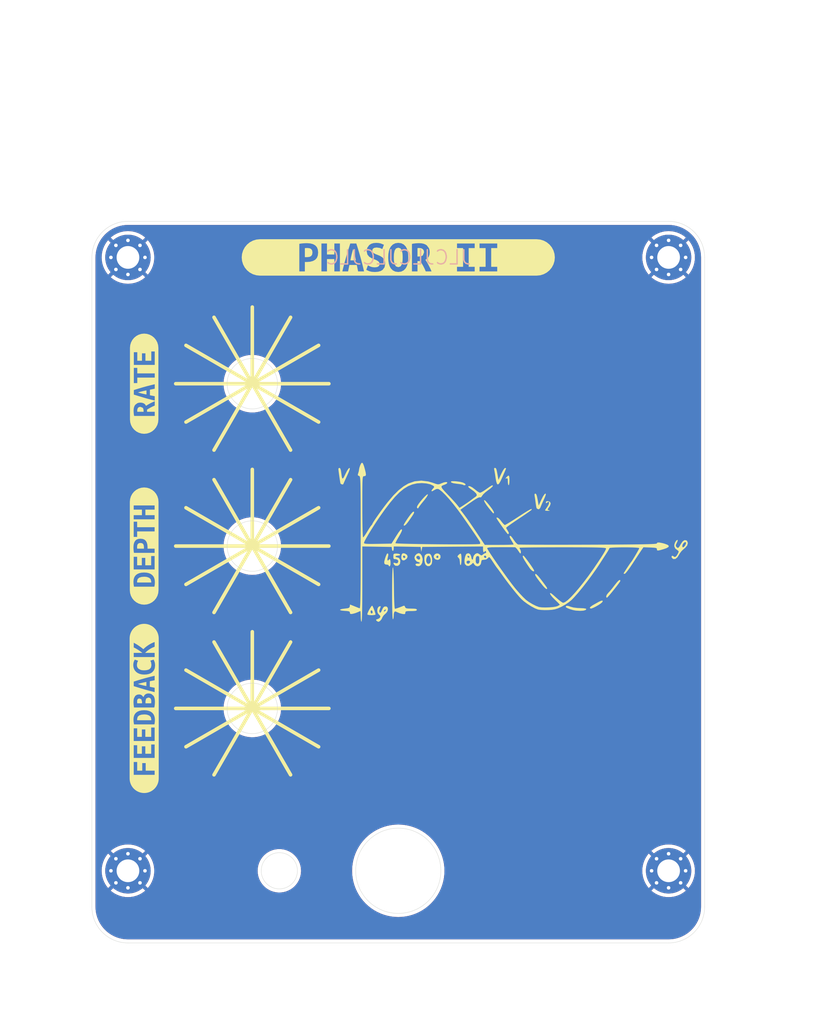
<source format=kicad_pcb>
(kicad_pcb (version 20211014) (generator pcbnew)
  (title_block (title "Phasor II") (date "2022-10-15") (rev "0") (comment 2 "creativecommons.org/licenses/by/4.0/") (comment 3 "Licinse: CC by 4.0") (comment 4 "Author: Jordan Aceto"))
  (layers (0 "F.Cu" signal) (31 "B.Cu" signal) (34 "B.Paste" user) (35 "F.Paste" user) (36 "B.SilkS" user "B.Silkscreen") (37 "F.SilkS" user "F.Silkscreen") (38 "B.Mask" user) (39 "F.Mask" user) (44 "Edge.Cuts" user))
  (net 0 "")
  (net 1 "GND")
  (footprint "kibuzzard-634B57CF" (layer "F.Cu") (at 114.3 99.06 90)
    (fp_text reference "kibuzzard-634B57CF" hide)
    (fp_text value "G***" hide)
  )
  (footprint "kibuzzard-634B57E6" (layer "F.Cu") (at 114.3 76.2 90)
    (fp_text reference "kibuzzard-634B57E6" hide)
    (fp_text value "G***" hide)
  )
  (footprint "MountingHole:MountingHole_3.2mm_M3_Pad_Via" (layer "F.Cu") (at 188.214 58.42)
    (fp_text reference "H1" hide)
    (fp_text value "MountingHole_Pad")
    (pad "1" thru_hole circle locked (at 1.697056 -1.697056) (size 0.8 0.8) (drill 0.5) (layers *.Cu *.Mask) (net 1 "GND"))
    (pad "1" thru_hole circle locked (at -1.697056 1.697056) (size 0.8 0.8) (drill 0.5) (layers *.Cu *.Mask) (net 1 "GND"))
    (pad "1" thru_hole circle locked (at 0 -2.4) (size 0.8 0.8) (drill 0.5) (layers *.Cu *.Mask) (net 1 "GND"))
    (pad "1" thru_hole circle locked (at 2.4 0) (size 0.8 0.8) (drill 0.5) (layers *.Cu *.Mask) (net 1 "GND"))
    (pad "1" thru_hole circle locked (at 0 0) (size 6.4 6.4) (drill 3.2) (layers *.Cu *.Mask) (net 1 "GND"))
    (pad "1" thru_hole circle locked (at -1.697056 -1.697056) (size 0.8 0.8) (drill 0.5) (layers *.Cu *.Mask) (net 1 "GND"))
    (pad "1" thru_hole circle locked (at -2.4 0) (size 0.8 0.8) (drill 0.5) (layers *.Cu *.Mask) (net 1 "GND"))
    (pad "1" thru_hole circle locked (at 1.697056 1.697056) (size 0.8 0.8) (drill 0.5) (layers *.Cu *.Mask) (net 1 "GND"))
    (pad "1" thru_hole circle locked (at 0 2.4) (size 0.8 0.8) (drill 0.5) (layers *.Cu *.Mask) (net 1 "GND"))
  )
  (footprint "LOGO" (layer "F.Cu") (at 166.37 98.425)
    (fp_text reference "G***" hide)
    (fp_text value "LOGO" hide)
  )
  (footprint "MountingHole:MountingHole_3.2mm_M3_Pad_Via" (layer "F.Cu") (at 188.214 144.78)
    (fp_text reference "H2" hide)
    (fp_text value "MountingHole_Pad")
    (pad "1" thru_hole circle locked (at 0 -2.4) (size 0.8 0.8) (drill 0.5) (layers *.Cu *.Mask) (net 1 "GND"))
    (pad "1" thru_hole circle locked (at -1.697056 1.697056) (size 0.8 0.8) (drill 0.5) (layers *.Cu *.Mask) (net 1 "GND"))
    (pad "1" thru_hole circle locked (at -2.4 0) (size 0.8 0.8) (drill 0.5) (layers *.Cu *.Mask) (net 1 "GND"))
    (pad "1" thru_hole circle locked (at 2.4 0) (size 0.8 0.8) (drill 0.5) (layers *.Cu *.Mask) (net 1 "GND"))
    (pad "1" thru_hole circle locked (at 1.697056 -1.697056) (size 0.8 0.8) (drill 0.5) (layers *.Cu *.Mask) (net 1 "GND"))
    (pad "1" thru_hole circle locked (at 1.697056 1.697056) (size 0.8 0.8) (drill 0.5) (layers *.Cu *.Mask) (net 1 "GND"))
    (pad "1" thru_hole circle locked (at -1.697056 -1.697056) (size 0.8 0.8) (drill 0.5) (layers *.Cu *.Mask) (net 1 "GND"))
    (pad "1" thru_hole circle locked (at 0 0) (size 6.4 6.4) (drill 3.2) (layers *.Cu *.Mask) (net 1 "GND"))
    (pad "1" thru_hole circle locked (at 0 2.4) (size 0.8 0.8) (drill 0.5) (layers *.Cu *.Mask) (net 1 "GND"))
  )
  (footprint "MountingHole:MountingHole_3.2mm_M3_Pad_Via" (layer "F.Cu") (at 112.014 144.78)
    (fp_text reference "H1" hide)
    (fp_text value "MountingHole_Pad")
    (pad "1" thru_hole circle locked (at -2.4 0) (size 0.8 0.8) (drill 0.5) (layers *.Cu *.Mask) (net 1 "GND"))
    (pad "1" thru_hole circle locked (at 0 -2.4) (size 0.8 0.8) (drill 0.5) (layers *.Cu *.Mask) (net 1 "GND"))
    (pad "1" thru_hole circle locked (at 1.697056 1.697056) (size 0.8 0.8) (drill 0.5) (layers *.Cu *.Mask) (net 1 "GND"))
    (pad "1" thru_hole circle locked (at -1.697056 -1.697056) (size 0.8 0.8) (drill 0.5) (layers *.Cu *.Mask) (net 1 "GND"))
    (pad "1" thru_hole circle locked (at 1.697056 -1.697056) (size 0.8 0.8) (drill 0.5) (layers *.Cu *.Mask) (net 1 "GND"))
    (pad "1" thru_hole circle locked (at -1.697056 1.697056) (size 0.8 0.8) (drill 0.5) (layers *.Cu *.Mask) (net 1 "GND"))
    (pad "1" thru_hole circle locked (at 0 0) (size 6.4 6.4) (drill 3.2) (layers *.Cu *.Mask) (net 1 "GND"))
    (pad "1" thru_hole circle locked (at 0 2.4) (size 0.8 0.8) (drill 0.5) (layers *.Cu *.Mask) (net 1 "GND"))
    (pad "1" thru_hole circle locked (at 2.4 0) (size 0.8 0.8) (drill 0.5) (layers *.Cu *.Mask) (net 1 "GND"))
  )
  (footprint "kibuzzard-634B5C83" (layer "F.Cu") (at 150.114 58.42)
    (fp_text reference "kibuzzard-634B5C83" hide)
    (fp_text value "G***" hide)
  )
  (footprint "MountingHole:MountingHole_3.2mm_M3_Pad_Via" (layer "F.Cu") (at 112.014 58.42)
    (fp_text reference "H1" hide)
    (fp_text value "MountingHole_Pad")
    (pad "1" thru_hole circle locked (at -1.697056 -1.697056) (size 0.8 0.8) (drill 0.5) (layers *.Cu *.Mask) (net 1 "GND"))
    (pad "1" thru_hole circle locked (at 0 2.4) (size 0.8 0.8) (drill 0.5) (layers *.Cu *.Mask) (net 1 "GND"))
    (pad "1" thru_hole circle locked (at -2.4 0) (size 0.8 0.8) (drill 0.5) (layers *.Cu *.Mask) (net 1 "GND"))
    (pad "1" thru_hole circle locked (at 1.697056 -1.697056) (size 0.8 0.8) (drill 0.5) (layers *.Cu *.Mask) (net 1 "GND"))
    (pad "1" thru_hole circle locked (at 0 0) (size 6.4 6.4) (drill 3.2) (layers *.Cu *.Mask) (net 1 "GND"))
    (pad "1" thru_hole circle locked (at 0 -2.4) (size 0.8 0.8) (drill 0.5) (layers *.Cu *.Mask) (net 1 "GND"))
    (pad "1" thru_hole circle locked (at 2.4 0) (size 0.8 0.8) (drill 0.5) (layers *.Cu *.Mask) (net 1 "GND"))
    (pad "1" thru_hole circle locked (at -1.697056 1.697056) (size 0.8 0.8) (drill 0.5) (layers *.Cu *.Mask) (net 1 "GND"))
    (pad "1" thru_hole circle locked (at 1.697056 1.697056) (size 0.8 0.8) (drill 0.5) (layers *.Cu *.Mask) (net 1 "GND"))
  )
  (footprint "kibuzzard-634B57DA" (layer "F.Cu") (at 114.3 121.92 90)
    (fp_text reference "kibuzzard-634B57DA" hide)
    (fp_text value "G***" hide)
  )
  (gr_line (start 129.54 99.06) (end 134.9375 89.711256) (layer "F.SilkS") (width 0.5))
  (gr_line (start 129.54 99.06) (end 124.1425 89.711256) (layer "F.SilkS") (width 0.5))
  (gr_line (start 129.54 99.06) (end 138.888744 104.4575) (layer "F.SilkS") (width 0.5))
  (gr_line (start 129.54 76.2) (end 124.1425 66.851256) (layer "F.SilkS") (width 0.5))
  (gr_line (start 129.54 76.2) (end 120.191256 70.8025) (layer "F.SilkS") (width 0.5))
  (gr_line (start 129.54 99.06) (end 120.191256 93.6625) (layer "F.SilkS") (width 0.5))
  (gr_line (start 129.54 99.06) (end 134.9375 108.408744) (layer "F.SilkS") (width 0.5))
  (gr_line (start 129.54 99.06) (end 118.745 99.06) (layer "F.SilkS") (width 0.5))
  (gr_line (start 129.54 76.2) (end 129.54 65.405) (layer "F.SilkS") (width 0.5))
  (gr_line (start 129.54 99.06) (end 140.335 99.06) (layer "F.SilkS") (width 0.5))
  (gr_line (start 129.54 76.2) (end 118.745 76.2) (layer "F.SilkS") (width 0.5))
  (gr_line (start 129.54 99.06) (end 138.888744 93.6625) (layer "F.SilkS") (width 0.5))
  (gr_line (start 129.54 121.92) (end 118.745 121.92) (layer "F.SilkS") (width 0.5))
  (gr_line (start 129.54 76.2) (end 134.9375 66.851256) (layer "F.SilkS") (width 0.5))
  (gr_line (start 129.54 76.2) (end 124.1425 85.548744) (layer "F.SilkS") (width 0.5))
  (gr_line (start 129.54 99.06) (end 124.1425 108.408744) (layer "F.SilkS") (width 0.5))
  (gr_line (start 129.54 121.92) (end 120.191256 127.3175) (layer "F.SilkS") (width 0.5))
  (gr_line (start 129.54 121.92) (end 124.1425 131.268744) (layer "F.SilkS") (width 0.5))
  (gr_line (start 129.54 76.2) (end 134.9375 85.548744) (layer "F.SilkS") (width 0.5))
  (gr_line (start 129.54 121.92) (end 124.1425 112.571256) (layer "F.SilkS") (width 0.5))
  (gr_line (start 129.54 121.92) (end 120.191256 116.5225) (layer "F.SilkS") (width 0.5))
  (gr_line (start 129.54 76.2) (end 140.335 76.2) (layer "F.SilkS") (width 0.5))
  (gr_line (start 129.54 99.06) (end 120.191256 104.4575) (layer "F.SilkS") (width 0.5))
  (gr_line (start 129.54 121.92) (end 140.335 121.92) (layer "F.SilkS") (width 0.5))
  (gr_line (start 129.54 76.2) (end 138.888744 81.5975) (layer "F.SilkS") (width 0.5))
  (gr_line (start 129.54 99.06) (end 129.54 88.265) (layer "F.SilkS") (width 0.5))
  (gr_line (start 129.54 121.92) (end 129.54 111.125) (layer "F.SilkS") (width 0.5))
  (gr_line (start 129.54 121.92) (end 138.888744 127.3175) (layer "F.SilkS") (width 0.5))
  (gr_line (start 129.54 76.2) (end 138.888744 70.8025) (layer "F.SilkS") (width 0.5))
  (gr_line (start 129.54 121.92) (end 134.9375 112.571256) (layer "F.SilkS") (width 0.5))
  (gr_line (start 129.54 121.92) (end 138.888744 116.5225) (layer "F.SilkS") (width 0.5))
  (gr_line (start 129.54 76.2) (end 120.191256 81.5975) (layer "F.SilkS") (width 0.5))
  (gr_line (start 129.54 121.92) (end 134.9375 131.268744) (layer "F.SilkS") (width 0.5))
  (gr_circle locked (center 129.54 121.92) (end 133.09 121.92) (layer "Edge.Cuts") (width 0.05) (fill none))
  (gr_arc (start 193.294 149.86) (mid 191.806102 153.452102) (end 188.214 154.94) (layer "Edge.Cuts") (width 0.05))
  (gr_arc (start 112.014 154.94) (mid 108.421898 153.452102) (end 106.934 149.86) (layer "Edge.Cuts") (width 0.05))
  (gr_arc (start 106.934 58.42) (mid 108.421898 54.827898) (end 112.014 53.34) (layer "Edge.Cuts") (width 0.05))
  (gr_line (start 193.294 149.86) (end 193.294 58.42) (layer "Edge.Cuts") (width 0.05))
  (gr_line (start 106.934 58.42) (end 106.934 149.86) (layer "Edge.Cuts") (width 0.05))
  (gr_line (start 188.214 53.34) (end 112.014 53.34) (layer "Edge.Cuts") (width 0.05))
  (gr_circle (center 150.114 144.78) (end 156.114 144.78) (layer "Edge.Cuts") (width 0.05) (fill none))
  (gr_circle locked (center 129.54 76.2) (end 133.09 76.2) (layer "Edge.Cuts") (width 0.05) (fill none))
  (gr_circle locked (center 133.35 144.78) (end 135.9 144.78) (layer "Edge.Cuts") (width 0.05) (fill none))
  (gr_arc (start 188.214 53.34) (mid 191.806102 54.827898) (end 193.294 58.42) (layer "Edge.Cuts") (width 0.05))
  (gr_line (start 112.014 154.94) (end 188.214 154.94) (layer "Edge.Cuts") (width 0.05))
  (gr_circle locked (center 129.54 99.06) (end 133.09 99.06) (layer "Edge.Cuts") (width 0.05) (fill none))
  (gr_text "JLCJLCJLCJLC" (at 150.114 58.42) (layer "B.SilkS") (effects (font (size 2 2) (thickness 0.2)) (justify mirror)))
  (zone (net 1) (net_name "GND") (layer "F.Cu") (connect_pads (clearance 0.508)) (min_thickness 0.254) (fill yes (thermal_gap 0.508) (thermal_bridge_width 0.508))
    (polygon (pts (xy 200.66 161.29) (xy 99.06 161.29) (xy 99.06 34.29) (xy 200.66 34.29)))
  )
  (zone (net 1) (net_name "GND") (layer "B.Cu") (connect_pads (clearance 0.508)) (min_thickness 0.254) (fill yes (thermal_gap 0.508) (thermal_bridge_width 0.508))
    (polygon (pts (xy 212.09 166.37) (xy 93.98 166.37) (xy 93.98 27.94) (xy 212.09 27.94)))
  )
)
</source>
